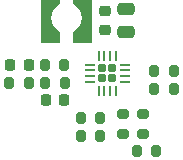
<source format=gbr>
%TF.GenerationSoftware,KiCad,Pcbnew,(6.0.9)*%
%TF.CreationDate,2022-11-21T20:55:40-06:00*%
%TF.ProjectId,solar-test,736f6c61-722d-4746-9573-742e6b696361,rev?*%
%TF.SameCoordinates,Original*%
%TF.FileFunction,Paste,Top*%
%TF.FilePolarity,Positive*%
%FSLAX46Y46*%
G04 Gerber Fmt 4.6, Leading zero omitted, Abs format (unit mm)*
G04 Created by KiCad (PCBNEW (6.0.9)) date 2022-11-21 20:55:40*
%MOMM*%
%LPD*%
G01*
G04 APERTURE LIST*
G04 Aperture macros list*
%AMRoundRect*
0 Rectangle with rounded corners*
0 $1 Rounding radius*
0 $2 $3 $4 $5 $6 $7 $8 $9 X,Y pos of 4 corners*
0 Add a 4 corners polygon primitive as box body*
4,1,4,$2,$3,$4,$5,$6,$7,$8,$9,$2,$3,0*
0 Add four circle primitives for the rounded corners*
1,1,$1+$1,$2,$3*
1,1,$1+$1,$4,$5*
1,1,$1+$1,$6,$7*
1,1,$1+$1,$8,$9*
0 Add four rect primitives between the rounded corners*
20,1,$1+$1,$2,$3,$4,$5,0*
20,1,$1+$1,$4,$5,$6,$7,0*
20,1,$1+$1,$6,$7,$8,$9,0*
20,1,$1+$1,$8,$9,$2,$3,0*%
%AMFreePoly0*
4,1,19,2.150000,-1.200000,1.177922,-1.200000,1.064578,-1.003895,0.918917,-0.830439,0.745359,-0.684899,0.549174,-0.571693,0.336318,-0.494257,0.113252,-0.454942,-0.113252,-0.454942,-0.336318,-0.494257,-0.549174,-0.571693,-0.745359,-0.684899,-0.918917,-0.830439,-1.064578,-1.003895,-1.177922,-1.200000,-2.150000,-1.200000,-2.150000,0.400000,2.150000,0.400000,2.150000,-1.200000,2.150000,-1.200000,
$1*%
%AMFreePoly1*
4,1,19,-1.064578,1.003895,-0.918917,0.830439,-0.745359,0.684899,-0.549174,0.571693,-0.336318,0.494257,-0.113252,0.454942,0.113252,0.454942,0.336318,0.494257,0.549174,0.571693,0.745359,0.684899,0.918917,0.830439,1.064578,1.003895,1.177922,1.200000,2.150000,1.200000,2.150000,-0.400000,-2.150000,-0.400000,-2.150000,1.200000,-1.177922,1.200000,-1.064578,1.003895,-1.064578,1.003895,
$1*%
G04 Aperture macros list end*
%ADD10RoundRect,0.200000X-0.200000X-0.275000X0.200000X-0.275000X0.200000X0.275000X-0.200000X0.275000X0*%
%ADD11RoundRect,0.200000X0.200000X0.275000X-0.200000X0.275000X-0.200000X-0.275000X0.200000X-0.275000X0*%
%ADD12RoundRect,0.200000X-0.275000X0.200000X-0.275000X-0.200000X0.275000X-0.200000X0.275000X0.200000X0*%
%ADD13RoundRect,0.250000X0.475000X-0.250000X0.475000X0.250000X-0.475000X0.250000X-0.475000X-0.250000X0*%
%ADD14RoundRect,0.225000X-0.225000X-0.250000X0.225000X-0.250000X0.225000X0.250000X-0.225000X0.250000X0*%
%ADD15FreePoly0,90.000000*%
%ADD16FreePoly1,90.000000*%
%ADD17RoundRect,0.225000X-0.250000X0.225000X-0.250000X-0.225000X0.250000X-0.225000X0.250000X0.225000X0*%
%ADD18RoundRect,0.172500X-0.172500X-0.172500X0.172500X-0.172500X0.172500X0.172500X-0.172500X0.172500X0*%
%ADD19RoundRect,0.062500X-0.350000X-0.062500X0.350000X-0.062500X0.350000X0.062500X-0.350000X0.062500X0*%
%ADD20RoundRect,0.062500X-0.062500X-0.350000X0.062500X-0.350000X0.062500X0.350000X-0.062500X0.350000X0*%
G04 APERTURE END LIST*
D10*
%TO.C,R10*%
X155975001Y-115979998D03*
X157625001Y-115979998D03*
%TD*%
D11*
%TO.C,R9*%
X155975001Y-114479998D03*
X157625001Y-114479998D03*
%TD*%
%TO.C,R8*%
X156125001Y-121229998D03*
X154475001Y-121229998D03*
%TD*%
D12*
%TO.C,R7*%
X153300001Y-118154998D03*
X153300001Y-119804998D03*
%TD*%
D10*
%TO.C,R5*%
X149725001Y-119979998D03*
X151375001Y-119979998D03*
%TD*%
%TO.C,R3*%
X146725001Y-115479998D03*
X148375001Y-115479998D03*
%TD*%
D13*
%TO.C,C5*%
X153550001Y-111179998D03*
X153550001Y-109279998D03*
%TD*%
D14*
%TO.C,C2*%
X143775001Y-113979998D03*
X145325001Y-113979998D03*
%TD*%
%TO.C,C3*%
X146775001Y-116979998D03*
X148325001Y-116979998D03*
%TD*%
D10*
%TO.C,R1*%
X146674996Y-113975476D03*
X148324996Y-113975476D03*
%TD*%
D15*
%TO.C,L1*%
X146774522Y-109975475D03*
D16*
X150274522Y-109975475D03*
%TD*%
D17*
%TO.C,C4*%
X151800001Y-109454998D03*
X151800001Y-111004998D03*
%TD*%
D10*
%TO.C,R2*%
X143674999Y-115475476D03*
X145324999Y-115475476D03*
%TD*%
D18*
%TO.C,U1*%
X152424998Y-115124995D03*
X151574998Y-115124995D03*
X151574998Y-114274995D03*
X152424998Y-114274995D03*
D19*
X150537498Y-113949995D03*
X150537498Y-114449995D03*
X150537498Y-114949995D03*
X150537498Y-115449995D03*
D20*
X151249998Y-116162495D03*
X151749998Y-116162495D03*
X152249998Y-116162495D03*
X152749998Y-116162495D03*
D19*
X153462498Y-115449995D03*
X153462498Y-114949995D03*
X153462498Y-114449995D03*
X153462498Y-113949995D03*
D20*
X152749998Y-113237495D03*
X152249998Y-113237495D03*
X151749998Y-113237495D03*
X151249998Y-113237495D03*
%TD*%
D12*
%TO.C,R6*%
X155050001Y-118154998D03*
X155050001Y-119804998D03*
%TD*%
D10*
%TO.C,R4*%
X149725001Y-118479998D03*
X151375001Y-118479998D03*
%TD*%
M02*

</source>
